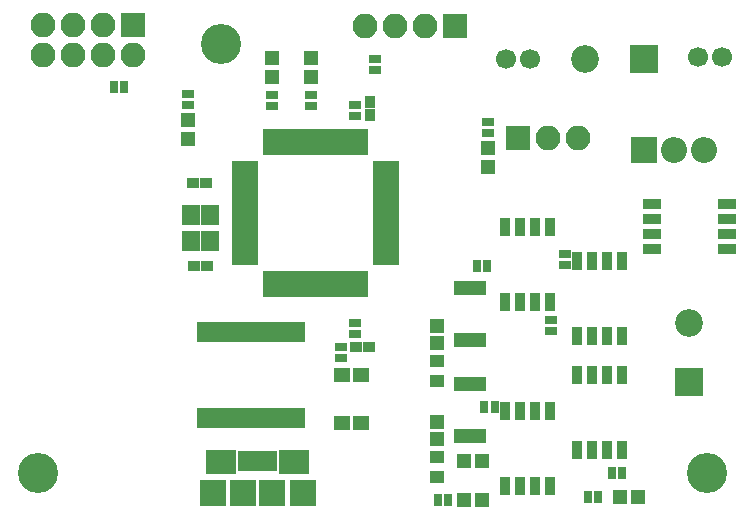
<source format=gts>
G04 #@! TF.FileFunction,Soldermask,Top*
%FSLAX46Y46*%
G04 Gerber Fmt 4.6, Leading zero omitted, Abs format (unit mm)*
G04 Created by KiCad (PCBNEW 4.0.7) date 06/27/18 11:47:53*
%MOMM*%
%LPD*%
G01*
G04 APERTURE LIST*
%ADD10C,0.100000*%
%ADD11R,1.150000X1.200000*%
%ADD12R,2.200000X0.900000*%
%ADD13R,0.900000X2.200000*%
%ADD14R,2.200000X2.200000*%
%ADD15O,2.200000X2.200000*%
%ADD16C,1.700000*%
%ADD17R,0.908000X1.543000*%
%ADD18R,0.650000X1.300000*%
%ADD19C,3.400000*%
%ADD20R,1.000000X0.900000*%
%ADD21R,1.200000X1.150000*%
%ADD22R,0.900000X1.000000*%
%ADD23R,1.200000X1.200000*%
%ADD24R,1.200000X1.000000*%
%ADD25R,2.200000X2.300000*%
%ADD26R,2.300000X2.300000*%
%ADD27R,0.800000X1.750000*%
%ADD28R,2.500000X2.000000*%
%ADD29R,1.000000X0.800000*%
%ADD30R,0.800000X1.000000*%
%ADD31R,1.400000X1.300000*%
%ADD32R,0.748000X1.797000*%
%ADD33R,1.543000X0.908000*%
%ADD34R,1.550000X1.800000*%
%ADD35R,2.100000X2.100000*%
%ADD36O,2.100000X2.100000*%
%ADD37R,2.350000X2.350000*%
%ADD38C,2.350000*%
G04 APERTURE END LIST*
D10*
D11*
X127127000Y-110502000D03*
X127127000Y-112002000D03*
D12*
X110840000Y-88837000D03*
X110840000Y-89637000D03*
X110840000Y-90437000D03*
X110840000Y-91237000D03*
X110840000Y-92037000D03*
X110840000Y-92837000D03*
X110840000Y-93637000D03*
X110840000Y-94437000D03*
X110840000Y-95237000D03*
X110840000Y-96037000D03*
X110840000Y-96837000D03*
D13*
X112840000Y-98837000D03*
X113640000Y-98837000D03*
X114440000Y-98837000D03*
X115240000Y-98837000D03*
X116040000Y-98837000D03*
X116840000Y-98837000D03*
X117640000Y-98837000D03*
X118440000Y-98837000D03*
X119240000Y-98837000D03*
X120040000Y-98837000D03*
X120840000Y-98837000D03*
D12*
X122840000Y-96837000D03*
X122840000Y-96037000D03*
X122840000Y-95237000D03*
X122840000Y-94437000D03*
X122840000Y-93637000D03*
X122840000Y-92837000D03*
X122840000Y-92037000D03*
X122840000Y-91237000D03*
X122840000Y-90437000D03*
X122840000Y-89637000D03*
X122840000Y-88837000D03*
D13*
X120840000Y-86837000D03*
X120040000Y-86837000D03*
X119240000Y-86837000D03*
X118440000Y-86837000D03*
X117640000Y-86837000D03*
X116840000Y-86837000D03*
X116040000Y-86837000D03*
X115240000Y-86837000D03*
X114440000Y-86837000D03*
X113640000Y-86837000D03*
X112840000Y-86837000D03*
D14*
X144653000Y-87503000D03*
D15*
X147193000Y-87503000D03*
X149733000Y-87503000D03*
D16*
X149225000Y-79629000D03*
X151225000Y-79629000D03*
D17*
X136652000Y-115951000D03*
X135382000Y-115951000D03*
X134112000Y-115951000D03*
X132842000Y-115951000D03*
X132842000Y-109601000D03*
X134112000Y-109601000D03*
X135382000Y-109601000D03*
X136652000Y-109601000D03*
D18*
X130925000Y-99224500D03*
X130917000Y-103583000D03*
X128942000Y-103583000D03*
X129417000Y-103583000D03*
X129917000Y-103583000D03*
X130417000Y-103583000D03*
X130417000Y-99224500D03*
X129917000Y-99224500D03*
X129417000Y-99224500D03*
X128917000Y-99224500D03*
D19*
X149987000Y-114808000D03*
X108839000Y-78486000D03*
D20*
X120227000Y-104140000D03*
X121327000Y-104140000D03*
X106460200Y-90322400D03*
X107560200Y-90322400D03*
X106511000Y-97282000D03*
X107611000Y-97282000D03*
D11*
X127127000Y-102374000D03*
X127127000Y-103874000D03*
D16*
X135001000Y-79756000D03*
X133001000Y-79756000D03*
D21*
X130925000Y-113792000D03*
X129425000Y-113792000D03*
D22*
X121412000Y-84560500D03*
X121412000Y-83460500D03*
D23*
X142583000Y-116840000D03*
X144183000Y-116840000D03*
X129375000Y-117094000D03*
X130975000Y-117094000D03*
X106045000Y-84975800D03*
X106045000Y-86575800D03*
X131445000Y-87338000D03*
X131445000Y-88938000D03*
D24*
X127127000Y-107022000D03*
X127127000Y-105322000D03*
X127127000Y-115150000D03*
X127127000Y-113450000D03*
D25*
X115739000Y-116502000D03*
D26*
X113139000Y-116502000D03*
X110739000Y-116502000D03*
D25*
X108139000Y-116502000D03*
D27*
X113239000Y-113825020D03*
X111939000Y-113825020D03*
X112589000Y-113825020D03*
X111289000Y-113825020D03*
X110639000Y-113825020D03*
D28*
X115039000Y-113952000D03*
X108839000Y-113952000D03*
D17*
X142748000Y-103251000D03*
X141478000Y-103251000D03*
X140208000Y-103251000D03*
X138938000Y-103251000D03*
X138938000Y-96901000D03*
X140208000Y-96901000D03*
X141478000Y-96901000D03*
X142748000Y-96901000D03*
X132842000Y-93980000D03*
X134112000Y-93980000D03*
X135382000Y-93980000D03*
X136652000Y-93980000D03*
X136652000Y-100330000D03*
X135382000Y-100330000D03*
X134112000Y-100330000D03*
X132842000Y-100330000D03*
X138938000Y-106553000D03*
X140208000Y-106553000D03*
X141478000Y-106553000D03*
X142748000Y-106553000D03*
X142748000Y-112903000D03*
X141478000Y-112903000D03*
X140208000Y-112903000D03*
X138938000Y-112903000D03*
D29*
X120142000Y-102166000D03*
X120142000Y-103066000D03*
X118999000Y-104198000D03*
X118999000Y-105098000D03*
D30*
X139885000Y-116840000D03*
X140785000Y-116840000D03*
X127185000Y-117094000D03*
X128085000Y-117094000D03*
D29*
X106045000Y-82785800D03*
X106045000Y-83685800D03*
D30*
X131387000Y-97282000D03*
X130487000Y-97282000D03*
D29*
X131445000Y-85148000D03*
X131445000Y-86048000D03*
X136779000Y-101912000D03*
X136779000Y-102812000D03*
X137922000Y-96324000D03*
X137922000Y-97224000D03*
D30*
X131122000Y-109220000D03*
X132022000Y-109220000D03*
X141917000Y-114808000D03*
X142817000Y-114808000D03*
D29*
X120205500Y-84587500D03*
X120205500Y-83687500D03*
D31*
X119088000Y-110635000D03*
X120688000Y-110635000D03*
X119088000Y-106535000D03*
X120688000Y-106535000D03*
D32*
X115604000Y-110209000D03*
X114954000Y-110209000D03*
X114304000Y-110209000D03*
X113654000Y-110209000D03*
X113004000Y-110209000D03*
X112354000Y-110209000D03*
X111704000Y-110209000D03*
X110404000Y-110209000D03*
X111054000Y-110209000D03*
X109754000Y-110209000D03*
X109104000Y-110209000D03*
X108454000Y-110209000D03*
X107804000Y-110209000D03*
X107154000Y-110209000D03*
X115604000Y-102897000D03*
X114954000Y-102897000D03*
X114304000Y-102897000D03*
X113654000Y-102897000D03*
X113004000Y-102897000D03*
X112354000Y-102897000D03*
X111704000Y-102897000D03*
X111054000Y-102897000D03*
X110404000Y-102897000D03*
X109754000Y-102897000D03*
X109104000Y-102897000D03*
X108454000Y-102897000D03*
X107804000Y-102897000D03*
X107154000Y-102897000D03*
D18*
X130925000Y-107352500D03*
X130917000Y-111711000D03*
X128942000Y-111711000D03*
X129417000Y-111711000D03*
X129917000Y-111711000D03*
X130417000Y-111711000D03*
X130417000Y-107352500D03*
X129917000Y-107352500D03*
X129417000Y-107352500D03*
X128917000Y-107352500D03*
D33*
X151638000Y-92075000D03*
X151638000Y-93345000D03*
X151638000Y-94615000D03*
X151638000Y-95885000D03*
X145288000Y-95885000D03*
X145288000Y-94615000D03*
X145288000Y-93345000D03*
X145288000Y-92075000D03*
D34*
X106299000Y-95164000D03*
X107899000Y-95164000D03*
X107899000Y-92964000D03*
X106299000Y-92964000D03*
D35*
X128651000Y-76962000D03*
D36*
X126111000Y-76962000D03*
X123571000Y-76962000D03*
X121031000Y-76962000D03*
D37*
X144613000Y-79756000D03*
D38*
X139613000Y-79756000D03*
D37*
X148463000Y-107148000D03*
D38*
X148463000Y-102148000D03*
D35*
X133985000Y-86487000D03*
D36*
X136525000Y-86487000D03*
X139065000Y-86487000D03*
D19*
X93345000Y-114808000D03*
D30*
X100653000Y-82169000D03*
X99753000Y-82169000D03*
D35*
X101371400Y-76885800D03*
D36*
X101371400Y-79425800D03*
X98831400Y-76885800D03*
X98831400Y-79425800D03*
X96291400Y-76885800D03*
X96291400Y-79425800D03*
X93751400Y-76885800D03*
X93751400Y-79425800D03*
D23*
X116459000Y-81318000D03*
X116459000Y-79718000D03*
X113157000Y-81318000D03*
X113157000Y-79718000D03*
D29*
X116459000Y-83762000D03*
X116459000Y-82862000D03*
X113157000Y-83762000D03*
X113157000Y-82862000D03*
X121904760Y-79803840D03*
X121904760Y-80703840D03*
M02*

</source>
